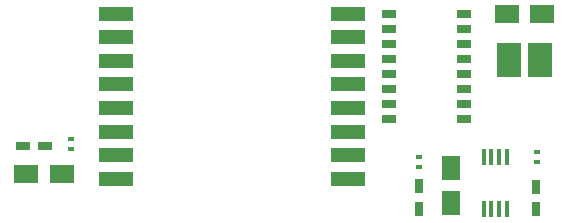
<source format=gtp>
G04 #@! TF.GenerationSoftware,KiCad,Pcbnew,no-vcs-found-7657~57~ubuntu16.04.1*
G04 #@! TF.CreationDate,2017-02-15T10:50:58+02:00*
G04 #@! TF.ProjectId,multisensor_cr123,6D756C746973656E736F725F63723132,rev?*
G04 #@! TF.FileFunction,Paste,Top*
G04 #@! TF.FilePolarity,Positive*
%FSLAX46Y46*%
G04 Gerber Fmt 4.6, Leading zero omitted, Abs format (unit mm)*
G04 Created by KiCad (PCBNEW no-vcs-found-7657~57~ubuntu16.04.1) date Wed Feb 15 10:50:58 2017*
%MOMM*%
%LPD*%
G01*
G04 APERTURE LIST*
%ADD10C,0.100000*%
%ADD11R,2.000000X3.000000*%
%ADD12R,0.600000X0.400000*%
%ADD13R,1.501140X2.148840*%
%ADD14R,0.750000X1.200000*%
%ADD15R,1.200000X0.750000*%
%ADD16R,1.270000X0.760000*%
%ADD17R,0.450000X1.450000*%
%ADD18R,3.000000X1.200000*%
%ADD19R,2.148840X1.501140*%
G04 APERTURE END LIST*
D10*
D11*
X141892500Y-83693000D03*
X144492500Y-83693000D03*
D12*
X104838500Y-91255000D03*
X104838500Y-90355000D03*
D13*
X136969500Y-92796360D03*
X136969500Y-95798640D03*
D14*
X144145000Y-96327000D03*
X144145000Y-94427000D03*
X134302500Y-94366000D03*
X134302500Y-96266000D03*
D15*
X102613500Y-90932000D03*
X100713500Y-90932000D03*
D12*
X134302500Y-92779000D03*
X134302500Y-91879000D03*
X144272000Y-92334500D03*
X144272000Y-91434500D03*
D16*
X138112500Y-79756000D03*
X131762500Y-79756000D03*
X138112500Y-81026000D03*
X131762500Y-81026000D03*
X138112500Y-82296000D03*
X131762500Y-82296000D03*
X138112500Y-83566000D03*
X131762500Y-83566000D03*
X138112500Y-84836000D03*
X131762500Y-84836000D03*
X138112500Y-86106000D03*
X131762500Y-86106000D03*
X138112500Y-87376000D03*
X131762500Y-87376000D03*
X138112500Y-88646000D03*
X131762500Y-88646000D03*
D17*
X139741000Y-96307000D03*
X140391000Y-96307000D03*
X141041000Y-96307000D03*
X141691000Y-96307000D03*
X141691000Y-91907000D03*
X141041000Y-91907000D03*
X140391000Y-91907000D03*
X139741000Y-91907000D03*
D18*
X108582000Y-79756000D03*
X108582000Y-81756000D03*
X108582000Y-83756000D03*
X108582000Y-85756000D03*
X108582000Y-87756000D03*
X108582000Y-89756000D03*
X108582000Y-91756000D03*
X108582000Y-93756000D03*
X128282000Y-93756000D03*
X128282000Y-91756000D03*
X128282000Y-89756000D03*
X128282000Y-87756000D03*
X128282000Y-85756000D03*
X128282000Y-83756000D03*
X128282000Y-81756000D03*
X128282000Y-79756000D03*
D19*
X144693640Y-79756000D03*
X141691360Y-79756000D03*
X101010720Y-93345000D03*
X104013000Y-93345000D03*
M02*

</source>
